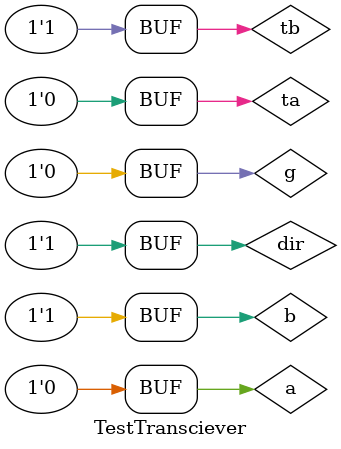
<source format=v>
module Transceiver(inout tri a, inout tri b, input wire dir, input wire g);

	wire sg,sdir,sa1,sa2;

	not (sg,g);
	not (sdir, dir);
	and (sa1, dir,sg);
	and (sa2,sg,sdir);
	bufif1 (a, sa2,b);
	bufif1 (b,sa1,a);
endmodule

module TestTransciever;
	
  	tri a,b;
  	reg g,dir;
  	reg ta,tb;
  	Transceiver t(a,b,g,dir);
 	assign a=ta; assign b=tb;

	initial
		begin
			$monitor($time, "\tg=%b | dir=%b | a=%b | b=%b | ta=%b | tb=%b", g,dir,a,b,ta,tb);

				ta=0; tb=1; g=1; dir=0;
	      	#5 ta='bz; tb='bz; g=1; dir=0;
      		#5 tb=1; g=0; dir=0;
      		#5 ta='bz; tb='bz; g=1; dir=1;
      		#5 ta=0; g=0; dir=1;
      		#5 ta=0; tb=1; g=0; dir=1;




		end
endmodule


</source>
